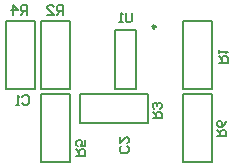
<source format=gbo>
G04*
G04 #@! TF.GenerationSoftware,Altium Limited,Altium Designer,20.2.3 (150)*
G04*
G04 Layer_Color=32896*
%FSLAX24Y24*%
%MOIN*%
G70*
G04*
G04 #@! TF.SameCoordinates,43E71072-F5BC-4878-B807-13FB7BF1F8C8*
G04*
G04*
G04 #@! TF.FilePolarity,Positive*
G04*
G01*
G75*
%ADD10C,0.0079*%
%ADD27C,0.0098*%
%ADD28C,0.0050*%
D10*
X5846Y2566D02*
X6554D01*
X5846Y4534D02*
X6554D01*
X5846Y2566D02*
Y4534D01*
X6554Y2566D02*
Y4534D01*
X4112Y5043D02*
Y5357D01*
X3955D01*
X3902Y5305D01*
Y5200D01*
X3955Y5148D01*
X4112D01*
X4007D02*
X3902Y5043D01*
X3588D02*
X3798D01*
X3588Y5252D01*
Y5305D01*
X3640Y5357D01*
X3745D01*
X3798Y5305D01*
X2912Y5043D02*
Y5357D01*
X2755D01*
X2702Y5305D01*
Y5200D01*
X2755Y5148D01*
X2912D01*
X2807D02*
X2702Y5043D01*
X2440D02*
Y5357D01*
X2598Y5200D01*
X2388D01*
X9293Y3440D02*
X9607D01*
Y3598D01*
X9555Y3650D01*
X9450D01*
X9398Y3598D01*
Y3440D01*
Y3545D02*
X9293Y3650D01*
Y3755D02*
Y3860D01*
Y3807D01*
X9607D01*
X9555Y3755D01*
X9243Y988D02*
X9557D01*
Y1145D01*
X9505Y1198D01*
X9400D01*
X9348Y1145D01*
Y988D01*
Y1093D02*
X9243Y1198D01*
X9557Y1512D02*
X9505Y1407D01*
X9400Y1302D01*
X9295D01*
X9243Y1355D01*
Y1460D01*
X9295Y1512D01*
X9348D01*
X9400Y1460D01*
Y1302D01*
X7093Y1588D02*
X7407D01*
Y1745D01*
X7355Y1798D01*
X7250D01*
X7198Y1745D01*
Y1588D01*
Y1693D02*
X7093Y1798D01*
X7355Y1902D02*
X7407Y1955D01*
Y2060D01*
X7355Y2112D01*
X7302D01*
X7250Y2060D01*
Y2007D01*
Y2060D01*
X7198Y2112D01*
X7145D01*
X7093Y2060D01*
Y1955D01*
X7145Y1902D01*
X2750Y2305D02*
X2802Y2357D01*
X2907D01*
X2960Y2305D01*
Y2095D01*
X2907Y2043D01*
X2802D01*
X2750Y2095D01*
X2645Y2043D02*
X2540D01*
X2593D01*
Y2357D01*
X2645Y2305D01*
X4543Y338D02*
X4857D01*
Y495D01*
X4805Y548D01*
X4700D01*
X4648Y495D01*
Y338D01*
Y443D02*
X4543Y548D01*
X4857Y862D02*
Y652D01*
X4700D01*
X4752Y757D01*
Y810D01*
X4700Y862D01*
X4595D01*
X4543Y810D01*
Y705D01*
X4595Y652D01*
X6410Y5107D02*
Y4845D01*
X6357Y4793D01*
X6252D01*
X6200Y4845D01*
Y5107D01*
X6095Y4793D02*
X5990D01*
X6043D01*
Y5107D01*
X6095Y5055D01*
X6255Y648D02*
X6307Y595D01*
Y490D01*
X6255Y438D01*
X6045D01*
X5993Y490D01*
Y595D01*
X6045Y648D01*
X5993Y962D02*
Y752D01*
X6202Y962D01*
X6255D01*
X6307Y910D01*
Y805D01*
X6255Y752D01*
D27*
X7194Y4635D02*
G03*
X7194Y4635I-49J0D01*
G01*
D28*
X4330Y2570D02*
Y4830D01*
X3370Y2570D02*
X4330D01*
X3370Y4830D02*
X4330D01*
X3370Y2570D02*
Y4830D01*
X2220Y2570D02*
Y4830D01*
X3180D01*
X2220Y2570D02*
X3180D01*
Y4830D01*
X9080Y2570D02*
Y4830D01*
X8120Y2570D02*
X9080D01*
X8120Y4830D02*
X9080D01*
X8120Y2570D02*
Y4830D01*
Y120D02*
Y2380D01*
X9080D01*
X8120Y120D02*
X9080D01*
Y2380D01*
X4670D02*
X6930D01*
Y1420D02*
Y2380D01*
X4670Y1420D02*
Y2380D01*
Y1420D02*
X6930D01*
X4330Y120D02*
Y2380D01*
X3370Y120D02*
X4330D01*
X3370Y2380D02*
X4330D01*
X3370Y120D02*
Y2380D01*
M02*

</source>
